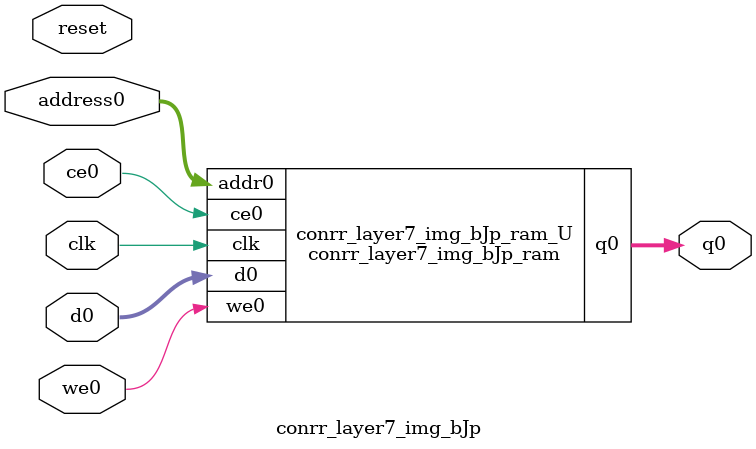
<source format=v>
`timescale 1 ns / 1 ps
module conrr_layer7_img_bJp_ram (addr0, ce0, d0, we0, q0,  clk);

parameter DWIDTH = 12;
parameter AWIDTH = 10;
parameter MEM_SIZE = 768;

input[AWIDTH-1:0] addr0;
input ce0;
input[DWIDTH-1:0] d0;
input we0;
output reg[DWIDTH-1:0] q0;
input clk;

(* ram_style = "block" *)reg [DWIDTH-1:0] ram[0:MEM_SIZE-1];




always @(posedge clk)  
begin 
    if (ce0) 
    begin
        if (we0) 
        begin 
            ram[addr0] <= d0; 
        end 
        q0 <= ram[addr0];
    end
end


endmodule

`timescale 1 ns / 1 ps
module conrr_layer7_img_bJp(
    reset,
    clk,
    address0,
    ce0,
    we0,
    d0,
    q0);

parameter DataWidth = 32'd12;
parameter AddressRange = 32'd768;
parameter AddressWidth = 32'd10;
input reset;
input clk;
input[AddressWidth - 1:0] address0;
input ce0;
input we0;
input[DataWidth - 1:0] d0;
output[DataWidth - 1:0] q0;



conrr_layer7_img_bJp_ram conrr_layer7_img_bJp_ram_U(
    .clk( clk ),
    .addr0( address0 ),
    .ce0( ce0 ),
    .we0( we0 ),
    .d0( d0 ),
    .q0( q0 ));

endmodule


</source>
